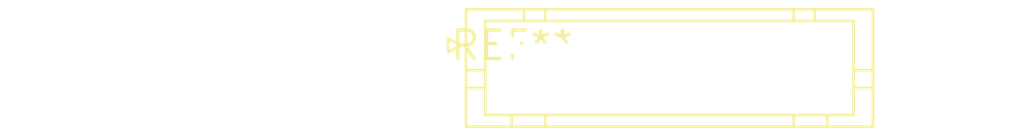
<source format=kicad_pcb>
(kicad_pcb (version 20240108) (generator pcbnew)
  (layers (0 "F.Cu" signal) (31 "B.Cu" signal) (34 "B.Paste" user) (35 "F.Paste" user) (36 "B.SilkS" user "B.Silkscreen") (37 "F.SilkS" user "F.Silkscreen") (38 "B.Mask" user) (39 "F.Mask" user) (44 "Edge.Cuts" user))
  (net 0 "")
  (footprint "JST_PHD_B16B-PHDSS_2x08_P2.00mm_Vertical" (layer "F.Cu") (at 0 0)
    (property "Reference" "REF**")
    (property "Value" "JST_PHD_B16B-PHDSS_2x08_P2.00mm_Vertical")
    (fp_line (start -2.86 -0.3) (end -2.26 0) (layer "F.SilkS") (stroke (width 0.12)))
    (fp_line (start -2.86 0.3) (end -2.86 -0.3) (layer "F.SilkS") (stroke (width 0.12)))
    (fp_line (start -2.26 0) (end -2.86 0.3) (layer "F.SilkS") (stroke (width 0.12)))
    (fp_line (start -2.06 -1.61) (end -2.06 3.61) (layer "F.SilkS") (stroke (width 0.12)))
    (fp_line (start -2.06 1.1) (end -1.2 1.1) (layer "F.SilkS") (stroke (width 0.12)))
    (fp_line (start -2.06 1.9) (end -1.2 1.9) (layer "F.SilkS") (stroke (width 0.12)))
    (fp_line (start -2.06 3.61) (end 16.06 3.61) (layer "F.SilkS") (stroke (width 0.12)))
    (fp_line (start -1.2 -1.1) (end -1.2 3.1) (layer "F.SilkS") (stroke (width 0.12)))
    (fp_line (start -1.2 3.1) (end 15.2 3.1) (layer "F.SilkS") (stroke (width 0.12)))
    (fp_line (start -0.03 3.61) (end -0.03 3.1) (layer "F.SilkS") (stroke (width 0.12)))
    (fp_line (start 0.53 -1.61) (end 0.53 -1.1) (layer "F.SilkS") (stroke (width 0.12)))
    (fp_line (start 1.47 -1.61) (end 1.47 -1.1) (layer "F.SilkS") (stroke (width 0.12)))
    (fp_line (start 1.47 3.61) (end 1.47 3.1) (layer "F.SilkS") (stroke (width 0.12)))
    (fp_line (start 12.53 -1.61) (end 12.53 -1.1) (layer "F.SilkS") (stroke (width 0.12)))
    (fp_line (start 12.53 3.61) (end 12.53 3.1) (layer "F.SilkS") (stroke (width 0.12)))
    (fp_line (start 13.47 -1.61) (end 13.47 -1.1) (layer "F.SilkS") (stroke (width 0.12)))
    (fp_line (start 14.03 3.61) (end 14.03 3.1) (layer "F.SilkS") (stroke (width 0.12)))
    (fp_line (start 15.2 -1.1) (end -1.2 -1.1) (layer "F.SilkS") (stroke (width 0.12)))
    (fp_line (start 15.2 3.1) (end 15.2 -1.1) (layer "F.SilkS") (stroke (width 0.12)))
    (fp_line (start 16.06 -1.61) (end -2.06 -1.61) (layer "F.SilkS") (stroke (width 0.12)))
    (fp_line (start 16.06 1.1) (end 15.2 1.1) (layer "F.SilkS") (stroke (width 0.12)))
    (fp_line (start 16.06 1.9) (end 15.2 1.9) (layer "F.SilkS") (stroke (width 0.12)))
    (fp_line (start 16.06 3.61) (end 16.06 -1.61) (layer "F.SilkS") (stroke (width 0.12)))
    (pad "1" thru_hole roundrect (at 0 0) (size 1.2 1.2) (drill 0.75) (layers *.Cu *.Mask) (remove_unused_layers) (roundrect_rratio 0.208333))
    (pad "2" thru_hole circle (at 0 2) (size 1.2 1.2) (drill 0.75) (layers *.Cu *.Mask) (remove_unused_layers))
    (pad "3" thru_hole circle (at 2 0) (size 1.2 1.2) (drill 0.75) (layers *.Cu *.Mask) (remove_unused_layers))
    (pad "4" thru_hole circle (at 2 2) (size 1.2 1.2) (drill 0.75) (layers *.Cu *.Mask) (remove_unused_layers))
    (pad "5" thru_hole circle (at 4 0) (size 1.2 1.2) (drill 0.75) (layers *.Cu *.Mask) (remove_unused_layers))
    (pad "6" thru_hole circle (at 4 2) (size 1.2 1.2) (drill 0.75) (layers *.Cu *.Mask) (remove_unused_layers))
    (pad "7" thru_hole circle (at 6 0) (size 1.2 1.2) (drill 0.75) (layers *.Cu *.Mask) (remove_unused_layers))
    (pad "8" thru_hole circle (at 6 2) (size 1.2 1.2) (drill 0.75) (layers *.Cu *.Mask) (remove_unused_layers))
    (pad "9" thru_hole circle (at 8 0) (size 1.2 1.2) (drill 0.75) (layers *.Cu *.Mask) (remove_unused_layers))
    (pad "10" thru_hole circle (at 8 2) (size 1.2 1.2) (drill 0.75) (layers *.Cu *.Mask) (remove_unused_layers))
    (pad "11" thru_hole circle (at 10 0) (size 1.2 1.2) (drill 0.75) (layers *.Cu *.Mask) (remove_unused_layers))
    (pad "12" thru_hole circle (at 10 2) (size 1.2 1.2) (drill 0.75) (layers *.Cu *.Mask) (remove_unused_layers))
    (pad "13" thru_hole circle (at 12 0) (size 1.2 1.2) (drill 0.75) (layers *.Cu *.Mask) (remove_unused_layers))
    (pad "14" thru_hole circle (at 12 2) (size 1.2 1.2) (drill 0.75) (layers *.Cu *.Mask) (remove_unused_layers))
    (pad "15" thru_hole circle (at 14 0) (size 1.2 1.2) (drill 0.75) (layers *.Cu *.Mask) (remove_unused_layers))
    (pad "16" thru_hole circle (at 14 2) (size 1.2 1.2) (drill 0.75) (layers *.Cu *.Mask) (remove_unused_layers))
  )
)
</source>
